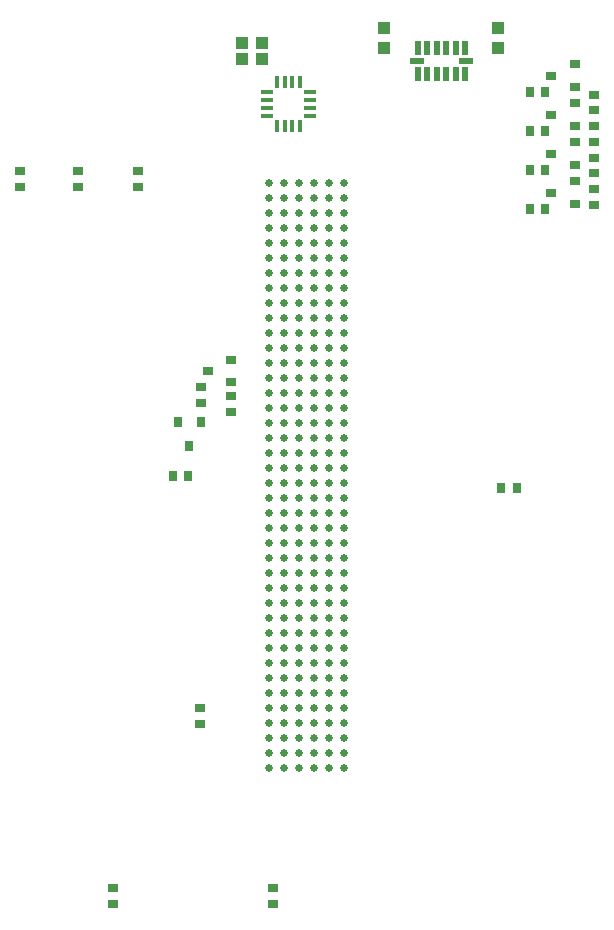
<source format=gtp>
G75*
%MOIN*%
%OFA0B0*%
%FSLAX24Y24*%
%IPPOS*%
%LPD*%
%AMOC8*
5,1,8,0,0,1.08239X$1,22.5*
%
%ADD10C,0.0250*%
%ADD11R,0.0197X0.0472*%
%ADD12R,0.0472X0.0197*%
%ADD13R,0.0394X0.0433*%
%ADD14R,0.0157X0.0394*%
%ADD15R,0.0394X0.0157*%
%ADD16R,0.0433X0.0394*%
%ADD17R,0.0354X0.0315*%
%ADD18R,0.0354X0.0276*%
%ADD19R,0.0276X0.0354*%
%ADD20R,0.0315X0.0354*%
D10*
X028967Y006582D03*
X029467Y006582D03*
X029967Y006582D03*
X030467Y006582D03*
X030967Y006582D03*
X030967Y007082D03*
X030467Y007082D03*
X029967Y007082D03*
X029467Y007082D03*
X028967Y007082D03*
X028967Y007582D03*
X029467Y007582D03*
X029967Y007582D03*
X030467Y007582D03*
X030967Y007582D03*
X030967Y008082D03*
X030467Y008082D03*
X029967Y008082D03*
X029467Y008082D03*
X028967Y008082D03*
X028967Y008582D03*
X029467Y008582D03*
X029967Y008582D03*
X030467Y008582D03*
X030967Y008582D03*
X030967Y009082D03*
X030467Y009082D03*
X029967Y009082D03*
X029467Y009082D03*
X028967Y009082D03*
X028967Y009582D03*
X029467Y009582D03*
X029967Y009582D03*
X030467Y009582D03*
X030967Y009582D03*
X030967Y010082D03*
X030467Y010082D03*
X029967Y010082D03*
X029467Y010082D03*
X028967Y010082D03*
X028967Y010582D03*
X029467Y010582D03*
X029967Y010582D03*
X030467Y010582D03*
X030967Y010582D03*
X030967Y011082D03*
X030467Y011082D03*
X029967Y011082D03*
X029467Y011082D03*
X028967Y011082D03*
X028967Y011582D03*
X029467Y011582D03*
X029967Y011582D03*
X030467Y011582D03*
X030967Y011582D03*
X030967Y012082D03*
X030467Y012082D03*
X029967Y012082D03*
X029467Y012082D03*
X028967Y012082D03*
X028967Y012582D03*
X029467Y012582D03*
X029967Y012582D03*
X030467Y012582D03*
X030967Y012582D03*
X030967Y013082D03*
X030467Y013082D03*
X029967Y013082D03*
X029467Y013082D03*
X028967Y013082D03*
X028967Y013582D03*
X029467Y013582D03*
X029967Y013582D03*
X030467Y013582D03*
X030967Y013582D03*
X030967Y014082D03*
X030467Y014082D03*
X029967Y014082D03*
X029467Y014082D03*
X028967Y014082D03*
X028967Y014582D03*
X029467Y014582D03*
X029967Y014582D03*
X030467Y014582D03*
X030967Y014582D03*
X031467Y014582D03*
X031467Y014082D03*
X031467Y013582D03*
X031467Y013082D03*
X031467Y012582D03*
X031467Y012082D03*
X031467Y011582D03*
X031467Y011082D03*
X031467Y010582D03*
X031467Y010082D03*
X031467Y009582D03*
X031467Y009082D03*
X031467Y008582D03*
X031467Y008082D03*
X031467Y007582D03*
X031467Y007082D03*
X031467Y006582D03*
X031467Y015082D03*
X031467Y015582D03*
X031467Y016082D03*
X031467Y016582D03*
X031467Y017082D03*
X031467Y017582D03*
X031467Y018082D03*
X031467Y018582D03*
X031467Y019082D03*
X031467Y019582D03*
X031467Y020082D03*
X031467Y020582D03*
X031467Y021082D03*
X031467Y021582D03*
X031467Y022082D03*
X031467Y022582D03*
X031467Y023082D03*
X031467Y023582D03*
X031467Y024082D03*
X031467Y024582D03*
X031467Y025082D03*
X031467Y025582D03*
X031467Y026082D03*
X030967Y026082D03*
X030967Y025582D03*
X030467Y025582D03*
X030467Y026082D03*
X029967Y026082D03*
X029967Y025582D03*
X029467Y025582D03*
X029467Y026082D03*
X028967Y026082D03*
X028967Y025582D03*
X028967Y025082D03*
X029467Y025082D03*
X029967Y025082D03*
X030467Y025082D03*
X030967Y025082D03*
X030967Y024582D03*
X030467Y024582D03*
X029967Y024582D03*
X029467Y024582D03*
X028967Y024582D03*
X028967Y024082D03*
X029467Y024082D03*
X029967Y024082D03*
X030467Y024082D03*
X030967Y024082D03*
X030967Y023582D03*
X030967Y023082D03*
X030467Y023082D03*
X030467Y023582D03*
X029967Y023582D03*
X029967Y023082D03*
X029467Y023082D03*
X029467Y023582D03*
X028967Y023582D03*
X028967Y023082D03*
X028967Y022582D03*
X029467Y022582D03*
X029967Y022582D03*
X030467Y022582D03*
X030967Y022582D03*
X030967Y022082D03*
X030467Y022082D03*
X029967Y022082D03*
X029467Y022082D03*
X028967Y022082D03*
X028967Y021582D03*
X029467Y021582D03*
X029967Y021582D03*
X030467Y021582D03*
X030967Y021582D03*
X030967Y021082D03*
X030467Y021082D03*
X029967Y021082D03*
X029467Y021082D03*
X028967Y021082D03*
X028967Y020582D03*
X029467Y020582D03*
X029967Y020582D03*
X030467Y020582D03*
X030967Y020582D03*
X030967Y020082D03*
X030467Y020082D03*
X029967Y020082D03*
X029467Y020082D03*
X028967Y020082D03*
X028967Y019582D03*
X029467Y019582D03*
X029967Y019582D03*
X030467Y019582D03*
X030967Y019582D03*
X030967Y019082D03*
X030467Y019082D03*
X029967Y019082D03*
X029467Y019082D03*
X028967Y019082D03*
X028967Y018582D03*
X029467Y018582D03*
X029967Y018582D03*
X030467Y018582D03*
X030967Y018582D03*
X030967Y018082D03*
X030467Y018082D03*
X029967Y018082D03*
X029467Y018082D03*
X028967Y018082D03*
X028967Y017582D03*
X029467Y017582D03*
X029967Y017582D03*
X030467Y017582D03*
X030967Y017582D03*
X030967Y017082D03*
X030467Y017082D03*
X029967Y017082D03*
X029467Y017082D03*
X028967Y017082D03*
X028967Y016582D03*
X029467Y016582D03*
X029967Y016582D03*
X030467Y016582D03*
X030967Y016582D03*
X030967Y016082D03*
X030467Y016082D03*
X029967Y016082D03*
X029467Y016082D03*
X028967Y016082D03*
X028967Y015582D03*
X029467Y015582D03*
X029967Y015582D03*
X030467Y015582D03*
X030967Y015582D03*
X030967Y015082D03*
X030467Y015082D03*
X029967Y015082D03*
X029467Y015082D03*
X028967Y015082D03*
D11*
X033929Y029739D03*
X034244Y029739D03*
X034559Y029739D03*
X034874Y029739D03*
X035189Y029739D03*
X035504Y029739D03*
X035504Y030605D03*
X035189Y030605D03*
X034874Y030605D03*
X034559Y030605D03*
X034244Y030605D03*
X033929Y030605D03*
D12*
X033890Y030172D03*
X035543Y030172D03*
D13*
X036617Y030587D03*
X036617Y031257D03*
X032817Y031257D03*
X032817Y030587D03*
D14*
X030001Y029450D03*
X029745Y029450D03*
X029489Y029450D03*
X029233Y029450D03*
X029233Y027994D03*
X029489Y027994D03*
X029745Y027994D03*
X030001Y027994D03*
D15*
X030345Y028338D03*
X030345Y028594D03*
X030345Y028850D03*
X030345Y029106D03*
X028888Y029106D03*
X028888Y028850D03*
X028888Y028594D03*
X028888Y028338D03*
D16*
X028751Y030222D03*
X028751Y030772D03*
X028082Y030772D03*
X028082Y030222D03*
D17*
X038373Y029672D03*
X039160Y029298D03*
X039160Y028746D03*
X039160Y027998D03*
X039160Y027446D03*
X039160Y026698D03*
X039160Y026146D03*
X039160Y025398D03*
X038373Y025772D03*
X038373Y027072D03*
X038373Y028372D03*
X039160Y030046D03*
X027710Y020196D03*
X027710Y019448D03*
X026923Y019822D03*
D18*
X023767Y002066D03*
X023767Y002578D03*
X029117Y002578D03*
X029117Y002066D03*
X026667Y008066D03*
X026667Y008578D03*
X027717Y018466D03*
X027717Y018978D03*
X026717Y018766D03*
X026717Y019278D03*
X024617Y025966D03*
X024617Y026478D03*
X022617Y026478D03*
X022617Y025966D03*
X020667Y025966D03*
X020667Y026478D03*
X039817Y026416D03*
X039817Y026928D03*
X039817Y027466D03*
X039817Y027978D03*
X039817Y028516D03*
X039817Y029028D03*
X039817Y025878D03*
X039817Y025366D03*
D19*
X038173Y025222D03*
X037661Y025222D03*
X037661Y026522D03*
X038173Y026522D03*
X038173Y027822D03*
X037661Y027822D03*
X037661Y029122D03*
X038173Y029122D03*
X026273Y016322D03*
X025761Y016322D03*
X036711Y015922D03*
X037223Y015922D03*
D20*
X026691Y018116D03*
X025943Y018116D03*
X026317Y017328D03*
M02*

</source>
